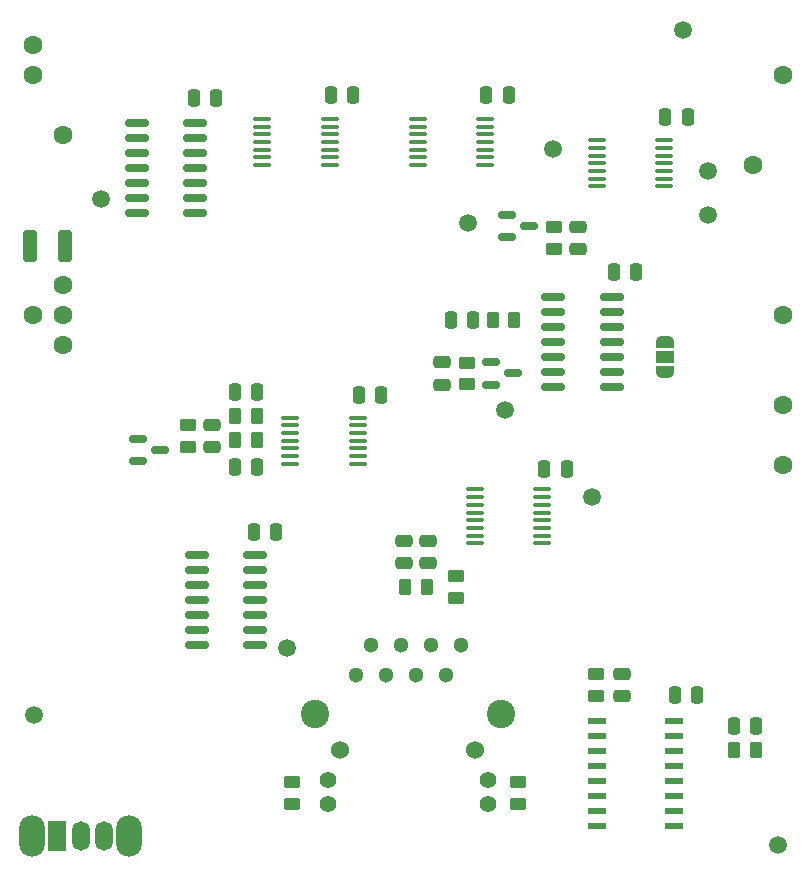
<source format=gbr>
%TF.GenerationSoftware,KiCad,Pcbnew,(6.0.9-0)*%
%TF.CreationDate,2022-11-17T19:03:50+01:00*%
%TF.ProjectId,shield,73686965-6c64-42e6-9b69-6361645f7063,1*%
%TF.SameCoordinates,PX3a2c940PY82a7440*%
%TF.FileFunction,Soldermask,Top*%
%TF.FilePolarity,Negative*%
%FSLAX46Y46*%
G04 Gerber Fmt 4.6, Leading zero omitted, Abs format (unit mm)*
G04 Created by KiCad (PCBNEW (6.0.9-0)) date 2022-11-17 19:03:50*
%MOMM*%
%LPD*%
G01*
G04 APERTURE LIST*
G04 Aperture macros list*
%AMRoundRect*
0 Rectangle with rounded corners*
0 $1 Rounding radius*
0 $2 $3 $4 $5 $6 $7 $8 $9 X,Y pos of 4 corners*
0 Add a 4 corners polygon primitive as box body*
4,1,4,$2,$3,$4,$5,$6,$7,$8,$9,$2,$3,0*
0 Add four circle primitives for the rounded corners*
1,1,$1+$1,$2,$3*
1,1,$1+$1,$4,$5*
1,1,$1+$1,$6,$7*
1,1,$1+$1,$8,$9*
0 Add four rect primitives between the rounded corners*
20,1,$1+$1,$2,$3,$4,$5,0*
20,1,$1+$1,$4,$5,$6,$7,0*
20,1,$1+$1,$6,$7,$8,$9,0*
20,1,$1+$1,$8,$9,$2,$3,0*%
%AMFreePoly0*
4,1,22,0.550000,-0.750000,0.000000,-0.750000,0.000000,-0.745033,-0.079941,-0.743568,-0.215256,-0.701293,-0.333266,-0.622738,-0.424486,-0.514219,-0.481581,-0.384460,-0.499164,-0.250000,-0.500000,-0.250000,-0.500000,0.250000,-0.499164,0.250000,-0.499963,0.256109,-0.478152,0.396186,-0.417904,0.524511,-0.324060,0.630769,-0.204165,0.706417,-0.067858,0.745374,0.000000,0.744959,0.000000,0.750000,
0.550000,0.750000,0.550000,-0.750000,0.550000,-0.750000,$1*%
%AMFreePoly1*
4,1,20,0.000000,0.744959,0.073905,0.744508,0.209726,0.703889,0.328688,0.626782,0.421226,0.519385,0.479903,0.390333,0.500000,0.250000,0.500000,-0.250000,0.499851,-0.262216,0.476331,-0.402017,0.414519,-0.529596,0.319384,-0.634700,0.198574,-0.708877,0.061801,-0.746166,0.000000,-0.745033,0.000000,-0.750000,-0.550000,-0.750000,-0.550000,0.750000,0.000000,0.750000,0.000000,0.744959,
0.000000,0.744959,$1*%
G04 Aperture macros list end*
%ADD10C,1.600000*%
%ADD11C,1.500000*%
%ADD12RoundRect,0.250000X0.450000X-0.262500X0.450000X0.262500X-0.450000X0.262500X-0.450000X-0.262500X0*%
%ADD13RoundRect,0.100000X-0.637500X-0.100000X0.637500X-0.100000X0.637500X0.100000X-0.637500X0.100000X0*%
%ADD14RoundRect,0.250000X-0.250000X-0.475000X0.250000X-0.475000X0.250000X0.475000X-0.250000X0.475000X0*%
%ADD15RoundRect,0.250000X-0.475000X0.250000X-0.475000X-0.250000X0.475000X-0.250000X0.475000X0.250000X0*%
%ADD16RoundRect,0.150000X-0.825000X-0.150000X0.825000X-0.150000X0.825000X0.150000X-0.825000X0.150000X0*%
%ADD17RoundRect,0.250000X0.475000X-0.250000X0.475000X0.250000X-0.475000X0.250000X-0.475000X-0.250000X0*%
%ADD18RoundRect,0.150000X-0.587500X-0.150000X0.587500X-0.150000X0.587500X0.150000X-0.587500X0.150000X0*%
%ADD19RoundRect,0.137500X-0.662500X-0.137500X0.662500X-0.137500X0.662500X0.137500X-0.662500X0.137500X0*%
%ADD20O,1.500000X2.500000*%
%ADD21R,1.500000X2.500000*%
%ADD22O,2.200000X3.500000*%
%ADD23RoundRect,0.250000X0.262500X0.450000X-0.262500X0.450000X-0.262500X-0.450000X0.262500X-0.450000X0*%
%ADD24FreePoly0,270.000000*%
%ADD25R,1.500000X1.000000*%
%ADD26FreePoly1,270.000000*%
%ADD27RoundRect,0.250000X0.250000X0.475000X-0.250000X0.475000X-0.250000X-0.475000X0.250000X-0.475000X0*%
%ADD28RoundRect,0.250000X-0.262500X-0.450000X0.262500X-0.450000X0.262500X0.450000X-0.262500X0.450000X0*%
%ADD29C,2.400000*%
%ADD30C,1.400000*%
%ADD31C,1.300000*%
%ADD32C,1.524000*%
%ADD33RoundRect,0.250000X0.325000X1.100000X-0.325000X1.100000X-0.325000X-1.100000X0.325000X-1.100000X0*%
G04 APERTURE END LIST*
D10*
%TO.C,J2*%
X5490000Y50370000D03*
X2950000Y47830000D03*
X63910000Y60530000D03*
X5490000Y47830000D03*
X66450000Y47830000D03*
X5490000Y63070000D03*
X5490000Y45290000D03*
X66450000Y35130000D03*
X66450000Y40210000D03*
X66450000Y68150000D03*
X2950000Y70690000D03*
X2950000Y68150000D03*
%TD*%
D11*
%TO.C,TP11*%
X66000000Y3000000D03*
%TD*%
%TO.C,TP10*%
X58000000Y72000000D03*
%TD*%
%TO.C,TP9*%
X3000000Y14000000D03*
%TD*%
%TO.C,TP6*%
X8700000Y57700000D03*
%TD*%
D12*
%TO.C,R3*%
X16050000Y36687500D03*
X16050000Y38512500D03*
%TD*%
D13*
%TO.C,U4*%
X50687500Y62650000D03*
X50687500Y62000000D03*
X50687500Y61350000D03*
X50687500Y60700000D03*
X50687500Y60050000D03*
X50687500Y59400000D03*
X50687500Y58750000D03*
X56412500Y58750000D03*
X56412500Y59400000D03*
X56412500Y60050000D03*
X56412500Y60700000D03*
X56412500Y61350000D03*
X56412500Y62000000D03*
X56412500Y62650000D03*
%TD*%
D12*
%TO.C,R10*%
X24900000Y6487500D03*
X24900000Y8312500D03*
%TD*%
D14*
%TO.C,C18*%
X16550000Y66200000D03*
X18450000Y66200000D03*
%TD*%
D15*
%TO.C,C14*%
X18150000Y38550000D03*
X18150000Y36650000D03*
%TD*%
D16*
%TO.C,U8*%
X11725000Y64110000D03*
X11725000Y62840000D03*
X11725000Y61570000D03*
X11725000Y60300000D03*
X11725000Y59030000D03*
X11725000Y57760000D03*
X11725000Y56490000D03*
X16675000Y56490000D03*
X16675000Y57760000D03*
X16675000Y59030000D03*
X16675000Y60300000D03*
X16675000Y61570000D03*
X16675000Y62840000D03*
X16675000Y64110000D03*
%TD*%
D17*
%TO.C,C9*%
X49100000Y53400000D03*
X49100000Y55300000D03*
%TD*%
D18*
%TO.C,Q1*%
X41762500Y43850000D03*
X41762500Y41950000D03*
X43637500Y42900000D03*
%TD*%
D14*
%TO.C,C4*%
X52150000Y51500000D03*
X54050000Y51500000D03*
%TD*%
D19*
%TO.C,U9*%
X50750000Y13445000D03*
X50750000Y12175000D03*
X50750000Y10905000D03*
X50750000Y9635000D03*
X50750000Y8365000D03*
X50750000Y7095000D03*
X50750000Y5825000D03*
X50750000Y4555000D03*
X57250000Y4555000D03*
X57250000Y5825000D03*
X57250000Y7095000D03*
X57250000Y8365000D03*
X57250000Y9635000D03*
X57250000Y10905000D03*
X57250000Y12175000D03*
X57250000Y13445000D03*
%TD*%
D13*
%TO.C,U2*%
X24737500Y39150000D03*
X24737500Y38500000D03*
X24737500Y37850000D03*
X24737500Y37200000D03*
X24737500Y36550000D03*
X24737500Y35900000D03*
X24737500Y35250000D03*
X30462500Y35250000D03*
X30462500Y35900000D03*
X30462500Y36550000D03*
X30462500Y37200000D03*
X30462500Y37850000D03*
X30462500Y38500000D03*
X30462500Y39150000D03*
%TD*%
D17*
%TO.C,C2*%
X36400000Y26850000D03*
X36400000Y28750000D03*
%TD*%
D16*
%TO.C,U5*%
X16825000Y27510000D03*
X16825000Y26240000D03*
X16825000Y24970000D03*
X16825000Y23700000D03*
X16825000Y22430000D03*
X16825000Y21160000D03*
X16825000Y19890000D03*
X21775000Y19890000D03*
X21775000Y21160000D03*
X21775000Y22430000D03*
X21775000Y23700000D03*
X21775000Y24970000D03*
X21775000Y26240000D03*
X21775000Y27510000D03*
%TD*%
D12*
%TO.C,R2*%
X38800000Y23887500D03*
X38800000Y25712500D03*
%TD*%
D18*
%TO.C,Q2*%
X43062500Y56350000D03*
X43062500Y54450000D03*
X44937500Y55400000D03*
%TD*%
D14*
%TO.C,C7*%
X21650000Y29500000D03*
X23550000Y29500000D03*
%TD*%
D20*
%TO.C,SW1*%
X9000000Y3702500D03*
X7000000Y3702500D03*
D21*
X5000000Y3702500D03*
D22*
X11100000Y3702500D03*
X2900000Y3702500D03*
%TD*%
D16*
%TO.C,U1*%
X47025000Y49410000D03*
X47025000Y48140000D03*
X47025000Y46870000D03*
X47025000Y45600000D03*
X47025000Y44330000D03*
X47025000Y43060000D03*
X47025000Y41790000D03*
X51975000Y41790000D03*
X51975000Y43060000D03*
X51975000Y44330000D03*
X51975000Y45600000D03*
X51975000Y46870000D03*
X51975000Y48140000D03*
X51975000Y49410000D03*
%TD*%
D23*
%TO.C,R6*%
X43700000Y47400000D03*
X41875000Y47400000D03*
%TD*%
D11*
%TO.C,TP1*%
X60100000Y56300000D03*
%TD*%
%TO.C,TP7*%
X50300000Y32450000D03*
%TD*%
D17*
%TO.C,C8*%
X37600000Y41950000D03*
X37600000Y43850000D03*
%TD*%
D13*
%TO.C,U7*%
X35537500Y64450000D03*
X35537500Y63800000D03*
X35537500Y63150000D03*
X35537500Y62500000D03*
X35537500Y61850000D03*
X35537500Y61200000D03*
X35537500Y60550000D03*
X41262500Y60550000D03*
X41262500Y61200000D03*
X41262500Y61850000D03*
X41262500Y62500000D03*
X41262500Y63150000D03*
X41262500Y63800000D03*
X41262500Y64450000D03*
%TD*%
D11*
%TO.C,TP3*%
X39800000Y55600000D03*
%TD*%
D24*
%TO.C,JP1*%
X56500000Y45600000D03*
D25*
X56500000Y44300000D03*
D26*
X56500000Y43000000D03*
%TD*%
D23*
%TO.C,R1*%
X36312500Y24800000D03*
X34487500Y24800000D03*
%TD*%
D14*
%TO.C,C1*%
X46250000Y34800000D03*
X48150000Y34800000D03*
%TD*%
D11*
%TO.C,TP2*%
X42900000Y39800000D03*
%TD*%
D14*
%TO.C,C6*%
X30550000Y41100000D03*
X32450000Y41100000D03*
%TD*%
D11*
%TO.C,TP4*%
X60100000Y60000000D03*
%TD*%
D14*
%TO.C,C16*%
X41350000Y66500000D03*
X43250000Y66500000D03*
%TD*%
D27*
%TO.C,C13*%
X21950000Y41350000D03*
X20050000Y41350000D03*
%TD*%
D23*
%TO.C,R7*%
X21912500Y39300000D03*
X20087500Y39300000D03*
%TD*%
D27*
%TO.C,C10*%
X40250000Y47400000D03*
X38350000Y47400000D03*
%TD*%
D28*
%TO.C,R12*%
X62337500Y11000000D03*
X64162500Y11000000D03*
%TD*%
D12*
%TO.C,R5*%
X47050000Y53437500D03*
X47050000Y55262500D03*
%TD*%
D13*
%TO.C,U3*%
X40337500Y33075000D03*
X40337500Y32425000D03*
X40337500Y31775000D03*
X40337500Y31125000D03*
X40337500Y30475000D03*
X40337500Y29825000D03*
X40337500Y29175000D03*
X40337500Y28525000D03*
X46062500Y28525000D03*
X46062500Y29175000D03*
X46062500Y29825000D03*
X46062500Y30475000D03*
X46062500Y31125000D03*
X46062500Y31775000D03*
X46062500Y32425000D03*
X46062500Y33075000D03*
%TD*%
D11*
%TO.C,TP8*%
X24500000Y19650000D03*
%TD*%
D29*
%TO.C,J1*%
X42550000Y14050000D03*
X26850000Y14050000D03*
D30*
X41485000Y8460000D03*
X41485000Y6430000D03*
X27915000Y8460000D03*
X27915000Y6430000D03*
D31*
X30300000Y17350000D03*
X31570000Y19890000D03*
X32840000Y17350000D03*
X34110000Y19890000D03*
X35380000Y17350000D03*
X36650000Y19890000D03*
X37920000Y17350000D03*
X39190000Y19890000D03*
D32*
X40415000Y11000000D03*
X28985000Y11000000D03*
%TD*%
D28*
%TO.C,R8*%
X20087500Y37250000D03*
X21912500Y37250000D03*
%TD*%
D17*
%TO.C,C3*%
X34400000Y26850000D03*
X34400000Y28750000D03*
%TD*%
D14*
%TO.C,C5*%
X57300000Y15700000D03*
X59200000Y15700000D03*
%TD*%
%TO.C,C11*%
X56500000Y64600000D03*
X58400000Y64600000D03*
%TD*%
D33*
%TO.C,C17*%
X5675000Y53700000D03*
X2725000Y53700000D03*
%TD*%
D15*
%TO.C,C19*%
X52800000Y17450000D03*
X52800000Y15550000D03*
%TD*%
D12*
%TO.C,R11*%
X50650000Y17412500D03*
X50650000Y15587500D03*
%TD*%
D14*
%TO.C,C12*%
X28150000Y66500000D03*
X30050000Y66500000D03*
%TD*%
D27*
%TO.C,C15*%
X21950000Y34950000D03*
X20050000Y34950000D03*
%TD*%
%TO.C,C20*%
X64200000Y13050000D03*
X62300000Y13050000D03*
%TD*%
D18*
%TO.C,Q3*%
X11812500Y37350000D03*
X11812500Y35450000D03*
X13687500Y36400000D03*
%TD*%
D11*
%TO.C,TP5*%
X47000000Y61900000D03*
%TD*%
D13*
%TO.C,U6*%
X22337500Y64450000D03*
X22337500Y63800000D03*
X22337500Y63150000D03*
X22337500Y62500000D03*
X22337500Y61850000D03*
X22337500Y61200000D03*
X22337500Y60550000D03*
X28062500Y60550000D03*
X28062500Y61200000D03*
X28062500Y61850000D03*
X28062500Y62500000D03*
X28062500Y63150000D03*
X28062500Y63800000D03*
X28062500Y64450000D03*
%TD*%
D12*
%TO.C,R9*%
X44000000Y6487500D03*
X44000000Y8312500D03*
%TD*%
%TO.C,R4*%
X39700000Y41987500D03*
X39700000Y43812500D03*
%TD*%
M02*

</source>
